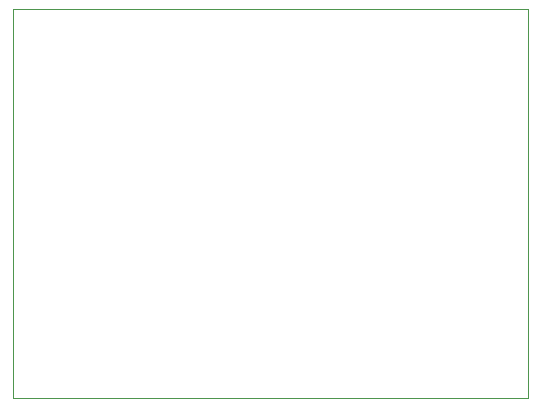
<source format=gbr>
G04 #@! TF.GenerationSoftware,KiCad,Pcbnew,(5.1.4)-1*
G04 #@! TF.CreationDate,2020-09-18T11:06:02-04:00*
G04 #@! TF.ProjectId,RVL-PMS HW2,52564c2d-504d-4532-9048-57322e6b6963,rev?*
G04 #@! TF.SameCoordinates,Original*
G04 #@! TF.FileFunction,Profile,NP*
%FSLAX46Y46*%
G04 Gerber Fmt 4.6, Leading zero omitted, Abs format (unit mm)*
G04 Created by KiCad (PCBNEW (5.1.4)-1) date 2020-09-18 11:06:02*
%MOMM*%
%LPD*%
G04 APERTURE LIST*
%ADD10C,0.050000*%
G04 APERTURE END LIST*
D10*
X107000000Y-87100000D02*
X107000000Y-54200000D01*
X150580000Y-87100000D02*
X107000000Y-87100000D01*
X150580000Y-54200000D02*
X150580000Y-87100000D01*
X107000000Y-54200000D02*
X150580000Y-54200000D01*
M02*

</source>
